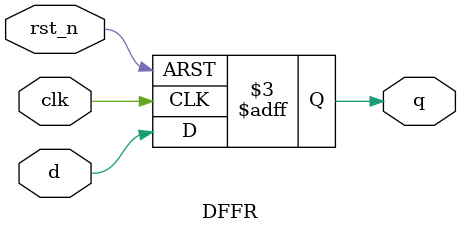
<source format=sv>

module DFFR ( q, clk, rst_n, d ) ; // FF with async rst_n;  
  parameter WIDTH = 1 ;
  input 	clk ;
  input 	rst_n ;
  input  [WIDTH-1:0] d ;
  output [WIDTH-1:0] q ;
  reg [WIDTH-1:0] 	 q ;
  
  always @(posedge clk or negedge rst_n) 
    if (!rst_n) q <= {WIDTH{1'b0}} ;
    else q <= d ;
endmodule

</source>
